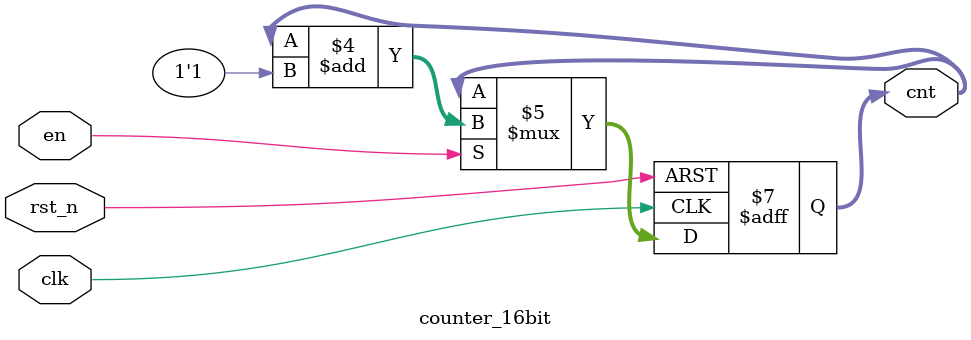
<source format=v>


module counter_16bit (
      //===============
      // Input Ports
      //===============
      input clk,
      input en,
      input rst_n,
      
      //===============
      // Output Ports
      //===============
      output reg [15:0] cnt
);

   // Synchronous logic, active low reset
   always @(posedge clk, negedge rst_n)
   begin
      if (rst_n == 1'b0)
         cnt <= 16'b0;
      else
      begin
         if (en == 1)
         begin
            cnt <= cnt + 1'b1;
         end
      end
   end

endmodule


</source>
